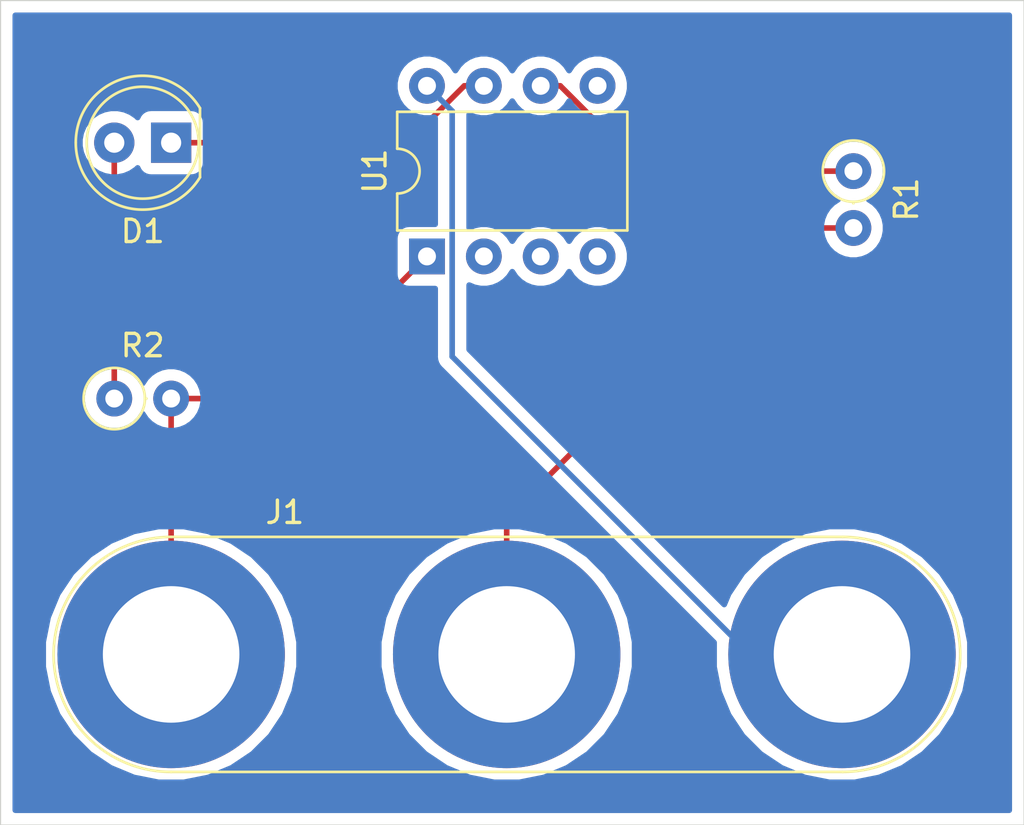
<source format=kicad_pcb>
(kicad_pcb (version 20171130) (host pcbnew "(5.1.10)-1")

  (general
    (thickness 1.6)
    (drawings 6)
    (tracks 17)
    (zones 0)
    (modules 5)
    (nets 11)
  )

  (page A4)
  (title_block
    (title Tutorial1)
  )

  (layers
    (0 F.Cu signal)
    (31 B.Cu signal)
    (32 B.Adhes user)
    (33 F.Adhes user)
    (34 B.Paste user)
    (35 F.Paste user)
    (36 B.SilkS user)
    (37 F.SilkS user)
    (38 B.Mask user)
    (39 F.Mask user)
    (40 Dwgs.User user)
    (41 Cmts.User user)
    (42 Eco1.User user)
    (43 Eco2.User user)
    (44 Edge.Cuts user)
    (45 Margin user)
    (46 B.CrtYd user)
    (47 F.CrtYd user)
    (48 B.Fab user)
    (49 F.Fab user)
  )

  (setup
    (last_trace_width 0.25)
    (trace_clearance 0.2)
    (zone_clearance 0.508)
    (zone_45_only no)
    (trace_min 0.2)
    (via_size 0.8)
    (via_drill 0.4)
    (via_min_size 0.4)
    (via_min_drill 0.3)
    (uvia_size 0.3)
    (uvia_drill 0.1)
    (uvias_allowed no)
    (uvia_min_size 0.2)
    (uvia_min_drill 0.1)
    (edge_width 0.05)
    (segment_width 0.2)
    (pcb_text_width 0.3)
    (pcb_text_size 1.5 1.5)
    (mod_edge_width 0.12)
    (mod_text_size 1 1)
    (mod_text_width 0.15)
    (pad_size 1.524 1.524)
    (pad_drill 0.762)
    (pad_to_mask_clearance 0.25)
    (solder_mask_min_width 0.25)
    (aux_axis_origin 0 0)
    (visible_elements 7FFFFFFF)
    (pcbplotparams
      (layerselection 0x010fc_ffffffff)
      (usegerberextensions false)
      (usegerberattributes true)
      (usegerberadvancedattributes true)
      (creategerberjobfile true)
      (excludeedgelayer true)
      (linewidth 0.100000)
      (plotframeref false)
      (viasonmask false)
      (mode 1)
      (useauxorigin false)
      (hpglpennumber 1)
      (hpglpenspeed 20)
      (hpglpendiameter 15.000000)
      (psnegative false)
      (psa4output false)
      (plotreference true)
      (plotvalue true)
      (plotinvisibletext false)
      (padsonsilk false)
      (subtractmaskfromsilk false)
      (outputformat 1)
      (mirror false)
      (drillshape 0)
      (scaleselection 1)
      (outputdirectory ""))
  )

  (net 0 "")
  (net 1 "Net-(D1-Pad2)")
  (net 2 /uCtoLED)
  (net 3 /INPUTtoR)
  (net 4 GND)
  (net 5 VCC)
  (net 6 /INPUT)
  (net 7 "Net-(U1-Pad4)")
  (net 8 "Net-(U1-Pad3)")
  (net 9 "Net-(U1-Pad2)")
  (net 10 "Net-(U1-Pad5)")

  (net_class Default "This is the default net class."
    (clearance 0.2)
    (trace_width 0.25)
    (via_dia 0.8)
    (via_drill 0.4)
    (uvia_dia 0.3)
    (uvia_drill 0.1)
    (add_net GND)
  )

  (net_class power ""
    (clearance 0.2)
    (trace_width 0.8)
    (via_dia 0.8)
    (via_drill 0.4)
    (uvia_dia 0.3)
    (uvia_drill 0.1)
    (add_net /INPUT)
    (add_net /INPUTtoR)
    (add_net /uCtoLED)
    (add_net "Net-(D1-Pad2)")
    (add_net "Net-(U1-Pad2)")
    (add_net "Net-(U1-Pad3)")
    (add_net "Net-(U1-Pad4)")
    (add_net "Net-(U1-Pad5)")
    (add_net VCC)
  )

  (module Package_DIP:DIP-8_W7.62mm (layer F.Cu) (tedit 5A02E8C5) (tstamp 62B50D0D)
    (at 725.17 -167.64 90)
    (descr "8-lead though-hole mounted DIP package, row spacing 7.62 mm (300 mils)")
    (tags "THT DIP DIL PDIP 2.54mm 7.62mm 300mil")
    (path /62B4BDA3)
    (fp_text reference U1 (at 3.81 -2.33 90) (layer F.SilkS)
      (effects (font (size 1 1) (thickness 0.15)))
    )
    (fp_text value PIC12C508A-ISN (at -2.54 3.81 180) (layer F.Fab)
      (effects (font (size 1 1) (thickness 0.15)))
    )
    (fp_line (start 8.7 -1.55) (end -1.1 -1.55) (layer F.CrtYd) (width 0.05))
    (fp_line (start 8.7 9.15) (end 8.7 -1.55) (layer F.CrtYd) (width 0.05))
    (fp_line (start -1.1 9.15) (end 8.7 9.15) (layer F.CrtYd) (width 0.05))
    (fp_line (start -1.1 -1.55) (end -1.1 9.15) (layer F.CrtYd) (width 0.05))
    (fp_line (start 6.46 -1.33) (end 4.81 -1.33) (layer F.SilkS) (width 0.12))
    (fp_line (start 6.46 8.95) (end 6.46 -1.33) (layer F.SilkS) (width 0.12))
    (fp_line (start 1.16 8.95) (end 6.46 8.95) (layer F.SilkS) (width 0.12))
    (fp_line (start 1.16 -1.33) (end 1.16 8.95) (layer F.SilkS) (width 0.12))
    (fp_line (start 2.81 -1.33) (end 1.16 -1.33) (layer F.SilkS) (width 0.12))
    (fp_line (start 0.635 -0.27) (end 1.635 -1.27) (layer F.Fab) (width 0.1))
    (fp_line (start 0.635 8.89) (end 0.635 -0.27) (layer F.Fab) (width 0.1))
    (fp_line (start 6.985 8.89) (end 0.635 8.89) (layer F.Fab) (width 0.1))
    (fp_line (start 6.985 -1.27) (end 6.985 8.89) (layer F.Fab) (width 0.1))
    (fp_line (start 1.635 -1.27) (end 6.985 -1.27) (layer F.Fab) (width 0.1))
    (fp_text user %R (at 3.81 3.81 270) (layer F.Fab)
      (effects (font (size 1 1) (thickness 0.15)))
    )
    (fp_arc (start 3.81 -1.33) (end 2.81 -1.33) (angle -180) (layer F.SilkS) (width 0.12))
    (pad 8 thru_hole oval (at 7.62 0 90) (size 1.6 1.6) (drill 0.8) (layers *.Cu *.Mask)
      (net 4 GND))
    (pad 4 thru_hole oval (at 0 7.62 90) (size 1.6 1.6) (drill 0.8) (layers *.Cu *.Mask)
      (net 7 "Net-(U1-Pad4)"))
    (pad 7 thru_hole oval (at 7.62 2.54 90) (size 1.6 1.6) (drill 0.8) (layers *.Cu *.Mask)
      (net 2 /uCtoLED))
    (pad 3 thru_hole oval (at 0 5.08 90) (size 1.6 1.6) (drill 0.8) (layers *.Cu *.Mask)
      (net 8 "Net-(U1-Pad3)"))
    (pad 6 thru_hole oval (at 7.62 5.08 90) (size 1.6 1.6) (drill 0.8) (layers *.Cu *.Mask)
      (net 6 /INPUT))
    (pad 2 thru_hole oval (at 0 2.54 90) (size 1.6 1.6) (drill 0.8) (layers *.Cu *.Mask)
      (net 9 "Net-(U1-Pad2)"))
    (pad 5 thru_hole oval (at 7.62 7.62 90) (size 1.6 1.6) (drill 0.8) (layers *.Cu *.Mask)
      (net 10 "Net-(U1-Pad5)"))
    (pad 1 thru_hole rect (at 0 0 90) (size 1.6 1.6) (drill 0.8) (layers *.Cu *.Mask)
      (net 5 VCC))
    (model ${KISYS3DMOD}/Package_DIP.3dshapes/DIP-8_W7.62mm.wrl
      (at (xyz 0 0 0))
      (scale (xyz 1 1 1))
      (rotate (xyz 0 0 0))
    )
  )

  (module Resistor_THT:R_Axial_DIN0207_L6.3mm_D2.5mm_P2.54mm_Vertical (layer F.Cu) (tedit 5AE5139B) (tstamp 62B50CF1)
    (at 711.2 -161.29)
    (descr "Resistor, Axial_DIN0207 series, Axial, Vertical, pin pitch=2.54mm, 0.25W = 1/4W, length*diameter=6.3*2.5mm^2, http://cdn-reichelt.de/documents/datenblatt/B400/1_4W%23YAG.pdf")
    (tags "Resistor Axial_DIN0207 series Axial Vertical pin pitch 2.54mm 0.25W = 1/4W length 6.3mm diameter 2.5mm")
    (path /62B48B9B)
    (fp_text reference R2 (at 1.27 -2.37) (layer F.SilkS)
      (effects (font (size 1 1) (thickness 0.15)))
    )
    (fp_text value 1k (at 1.27 2.37) (layer F.Fab)
      (effects (font (size 1 1) (thickness 0.15)))
    )
    (fp_line (start 3.59 -1.5) (end -1.5 -1.5) (layer F.CrtYd) (width 0.05))
    (fp_line (start 3.59 1.5) (end 3.59 -1.5) (layer F.CrtYd) (width 0.05))
    (fp_line (start -1.5 1.5) (end 3.59 1.5) (layer F.CrtYd) (width 0.05))
    (fp_line (start -1.5 -1.5) (end -1.5 1.5) (layer F.CrtYd) (width 0.05))
    (fp_line (start 1.37 0) (end 1.44 0) (layer F.SilkS) (width 0.12))
    (fp_line (start 0 0) (end 2.54 0) (layer F.Fab) (width 0.1))
    (fp_circle (center 0 0) (end 1.37 0) (layer F.SilkS) (width 0.12))
    (fp_circle (center 0 0) (end 1.25 0) (layer F.Fab) (width 0.1))
    (fp_text user %R (at 1.27 -2.37) (layer F.Fab)
      (effects (font (size 1 1) (thickness 0.15)))
    )
    (pad 2 thru_hole oval (at 2.54 0) (size 1.6 1.6) (drill 0.8) (layers *.Cu *.Mask)
      (net 5 VCC))
    (pad 1 thru_hole circle (at 0 0) (size 1.6 1.6) (drill 0.8) (layers *.Cu *.Mask)
      (net 1 "Net-(D1-Pad2)"))
    (model ${KISYS3DMOD}/Resistor_THT.3dshapes/R_Axial_DIN0207_L6.3mm_D2.5mm_P2.54mm_Vertical.wrl
      (at (xyz 0 0 0))
      (scale (xyz 1 1 1))
      (rotate (xyz 0 0 0))
    )
  )

  (module Resistor_THT:R_Axial_DIN0207_L6.3mm_D2.5mm_P2.54mm_Vertical (layer F.Cu) (tedit 5AE5139B) (tstamp 62B50CE2)
    (at 744.22 -171.45 270)
    (descr "Resistor, Axial_DIN0207 series, Axial, Vertical, pin pitch=2.54mm, 0.25W = 1/4W, length*diameter=6.3*2.5mm^2, http://cdn-reichelt.de/documents/datenblatt/B400/1_4W%23YAG.pdf")
    (tags "Resistor Axial_DIN0207 series Axial Vertical pin pitch 2.54mm 0.25W = 1/4W length 6.3mm diameter 2.5mm")
    (path /62B496E6)
    (fp_text reference R1 (at 1.27 -2.37 90) (layer F.SilkS)
      (effects (font (size 1 1) (thickness 0.15)))
    )
    (fp_text value 100 (at 1.27 2.37 90) (layer F.Fab)
      (effects (font (size 1 1) (thickness 0.15)))
    )
    (fp_line (start 3.59 -1.5) (end -1.5 -1.5) (layer F.CrtYd) (width 0.05))
    (fp_line (start 3.59 1.5) (end 3.59 -1.5) (layer F.CrtYd) (width 0.05))
    (fp_line (start -1.5 1.5) (end 3.59 1.5) (layer F.CrtYd) (width 0.05))
    (fp_line (start -1.5 -1.5) (end -1.5 1.5) (layer F.CrtYd) (width 0.05))
    (fp_line (start 1.37 0) (end 1.44 0) (layer F.SilkS) (width 0.12))
    (fp_line (start 0 0) (end 2.54 0) (layer F.Fab) (width 0.1))
    (fp_circle (center 0 0) (end 1.37 0) (layer F.SilkS) (width 0.12))
    (fp_circle (center 0 0) (end 1.25 0) (layer F.Fab) (width 0.1))
    (fp_text user %R (at 1.27 -2.37 90) (layer F.Fab)
      (effects (font (size 1 1) (thickness 0.15)))
    )
    (pad 2 thru_hole oval (at 2.54 0 270) (size 1.6 1.6) (drill 0.8) (layers *.Cu *.Mask)
      (net 3 /INPUTtoR))
    (pad 1 thru_hole circle (at 0 0 270) (size 1.6 1.6) (drill 0.8) (layers *.Cu *.Mask)
      (net 6 /INPUT))
    (model ${KISYS3DMOD}/Resistor_THT.3dshapes/R_Axial_DIN0207_L6.3mm_D2.5mm_P2.54mm_Vertical.wrl
      (at (xyz 0 0 0))
      (scale (xyz 1 1 1))
      (rotate (xyz 0 0 0))
    )
  )

  (module Connector:Banana_Jack_3Pin (layer F.Cu) (tedit 5A1AB217) (tstamp 62B50CD3)
    (at 713.74 -149.86)
    (descr "Triple banana socket, footprint - 3 x 6mm drills")
    (tags "banana socket")
    (path /62B509DA)
    (fp_text reference J1 (at 5.08 -6.35) (layer F.SilkS)
      (effects (font (size 1 1) (thickness 0.15)))
    )
    (fp_text value MYCONN3 (at 13.97 -6.35) (layer F.Fab)
      (effects (font (size 1 1) (thickness 0.15)))
    )
    (fp_circle (center 0 0) (end 2 0) (layer F.Fab) (width 0.1))
    (fp_circle (center 0 0) (end 4.75 0) (layer F.Fab) (width 0.1))
    (fp_circle (center 15 0) (end 17 0) (layer F.Fab) (width 0.1))
    (fp_circle (center 15 0) (end 19.75 0) (layer F.Fab) (width 0.1))
    (fp_circle (center 30 0) (end 30 -4.75) (layer F.Fab) (width 0.1))
    (fp_circle (center 30 0) (end 30 -2) (layer F.Fab) (width 0.1))
    (fp_line (start 30 -5.25) (end 0 -5.25) (layer F.SilkS) (width 0.12))
    (fp_line (start 0 5.25) (end 30 5.25) (layer F.SilkS) (width 0.12))
    (fp_line (start 0 -5.5) (end 30 -5.5) (layer F.CrtYd) (width 0.05))
    (fp_line (start 30 5.5) (end 0 5.5) (layer F.CrtYd) (width 0.05))
    (fp_arc (start 0 0) (end 0 5.25) (angle 180) (layer F.SilkS) (width 0.12))
    (fp_arc (start 30 0) (end 30 -5.25) (angle 180) (layer F.SilkS) (width 0.12))
    (fp_arc (start 30 0) (end 30 -5.5) (angle 180) (layer F.CrtYd) (width 0.05))
    (fp_arc (start 0 0) (end 0 5.5) (angle 180) (layer F.CrtYd) (width 0.05))
    (fp_text user %R (at 14.99 0) (layer F.Fab)
      (effects (font (size 0.8 0.8) (thickness 0.12)))
    )
    (pad 2 thru_hole circle (at 14.99 0) (size 10.16 10.16) (drill 6.1) (layers *.Cu *.Mask)
      (net 3 /INPUTtoR))
    (pad 3 thru_hole circle (at 29.97 0) (size 10.16 10.16) (drill 6.1) (layers *.Cu *.Mask)
      (net 4 GND))
    (pad 1 thru_hole circle (at 0 0) (size 10.16 10.16) (drill 6.1) (layers *.Cu *.Mask)
      (net 5 VCC))
    (model ${KISYS3DMOD}/Connector.3dshapes/Banana_Jack_3Pin.wrl
      (offset (xyz 14.9999997746626 0 0))
      (scale (xyz 2 2 2))
      (rotate (xyz 0 0 0))
    )
  )

  (module LED_THT:LED_D5.0mm (layer F.Cu) (tedit 5995936A) (tstamp 62B50CBD)
    (at 713.74 -172.72 180)
    (descr "LED, diameter 5.0mm, 2 pins, http://cdn-reichelt.de/documents/datenblatt/A500/LL-504BC2E-009.pdf")
    (tags "LED diameter 5.0mm 2 pins")
    (path /62B4C913)
    (fp_text reference D1 (at 1.27 -3.96) (layer F.SilkS)
      (effects (font (size 1 1) (thickness 0.15)))
    )
    (fp_text value LED (at 1.27 3.96) (layer F.Fab)
      (effects (font (size 1 1) (thickness 0.15)))
    )
    (fp_line (start 4.5 -3.25) (end -1.95 -3.25) (layer F.CrtYd) (width 0.05))
    (fp_line (start 4.5 3.25) (end 4.5 -3.25) (layer F.CrtYd) (width 0.05))
    (fp_line (start -1.95 3.25) (end 4.5 3.25) (layer F.CrtYd) (width 0.05))
    (fp_line (start -1.95 -3.25) (end -1.95 3.25) (layer F.CrtYd) (width 0.05))
    (fp_line (start -1.29 -1.545) (end -1.29 1.545) (layer F.SilkS) (width 0.12))
    (fp_line (start -1.23 -1.469694) (end -1.23 1.469694) (layer F.Fab) (width 0.1))
    (fp_circle (center 1.27 0) (end 3.77 0) (layer F.SilkS) (width 0.12))
    (fp_circle (center 1.27 0) (end 3.77 0) (layer F.Fab) (width 0.1))
    (fp_text user %R (at 1.25 0) (layer F.Fab)
      (effects (font (size 0.8 0.8) (thickness 0.2)))
    )
    (fp_arc (start 1.27 0) (end -1.29 1.54483) (angle -148.9) (layer F.SilkS) (width 0.12))
    (fp_arc (start 1.27 0) (end -1.29 -1.54483) (angle 148.9) (layer F.SilkS) (width 0.12))
    (fp_arc (start 1.27 0) (end -1.23 -1.469694) (angle 299.1) (layer F.Fab) (width 0.1))
    (pad 2 thru_hole circle (at 2.54 0 180) (size 1.8 1.8) (drill 0.9) (layers *.Cu *.Mask)
      (net 1 "Net-(D1-Pad2)"))
    (pad 1 thru_hole rect (at 0 0 180) (size 1.8 1.8) (drill 0.9) (layers *.Cu *.Mask)
      (net 2 /uCtoLED))
    (model ${KISYS3DMOD}/LED_THT.3dshapes/LED_D5.0mm.wrl
      (at (xyz 0 0 0))
      (scale (xyz 1 1 1))
      (rotate (xyz 0 0 0))
    )
  )

  (gr_line (start 707.39 -179.07) (end 706.12 -179.07) (layer Edge.Cuts) (width 0.05) (tstamp 62B51339))
  (gr_line (start 707.39 -142.24) (end 706.12 -142.24) (layer Edge.Cuts) (width 0.05) (tstamp 62B51338))
  (gr_line (start 706.12 -142.24) (end 706.12 -179.07) (layer Edge.Cuts) (width 0.05) (tstamp 62B51333))
  (gr_line (start 751.84 -142.24) (end 707.39 -142.24) (layer Edge.Cuts) (width 0.05))
  (gr_line (start 751.84 -179.07) (end 751.84 -142.24) (layer Edge.Cuts) (width 0.05))
  (gr_line (start 707.39 -179.07) (end 751.84 -179.07) (layer Edge.Cuts) (width 0.05))

  (segment (start 711.2 -161.29) (end 711.2 -172.72) (width 0.25) (layer F.Cu) (net 1))
  (segment (start 726.835002 -175.26) (end 727.71 -175.26) (width 0.25) (layer F.Cu) (net 2))
  (segment (start 724.295002 -172.72) (end 726.835002 -175.26) (width 0.25) (layer F.Cu) (net 2))
  (segment (start 713.74 -172.72) (end 724.295002 -172.72) (width 0.25) (layer F.Cu) (net 2))
  (segment (start 741.68 -168.91) (end 744.22 -168.91) (width 0.25) (layer F.Cu) (net 3))
  (segment (start 728.73 -155.96) (end 741.68 -168.91) (width 0.25) (layer F.Cu) (net 3))
  (segment (start 728.73 -149.86) (end 728.73 -155.96) (width 0.25) (layer F.Cu) (net 3))
  (segment (start 726.295001 -174.134999) (end 725.17 -175.26) (width 0.25) (layer B.Cu) (net 4))
  (segment (start 726.295001 -163.166817) (end 726.295001 -174.134999) (width 0.25) (layer B.Cu) (net 4))
  (segment (start 739.601818 -149.86) (end 726.295001 -163.166817) (width 0.25) (layer B.Cu) (net 4))
  (segment (start 743.71 -149.86) (end 739.601818 -149.86) (width 0.25) (layer B.Cu) (net 4))
  (segment (start 713.74 -149.86) (end 713.74 -161.29) (width 0.25) (layer F.Cu) (net 5))
  (segment (start 718.82 -161.29) (end 725.17 -167.64) (width 0.25) (layer F.Cu) (net 5))
  (segment (start 713.74 -161.29) (end 718.82 -161.29) (width 0.25) (layer F.Cu) (net 5))
  (segment (start 731.124998 -175.26) (end 730.25 -175.26) (width 0.25) (layer F.Cu) (net 6))
  (segment (start 734.934998 -171.45) (end 731.124998 -175.26) (width 0.25) (layer F.Cu) (net 6))
  (segment (start 744.22 -171.45) (end 734.934998 -171.45) (width 0.25) (layer F.Cu) (net 6))

  (zone (net 0) (net_name "") (layer B.Cu) (tstamp 62B513B2) (hatch edge 0.508)
    (connect_pads (clearance 0.508))
    (min_thickness 0.254)
    (fill yes (arc_segments 32) (thermal_gap 0.508) (thermal_bridge_width 0.508))
    (polygon
      (pts
        (xy 751.84 -142.24) (xy 706.12 -142.24) (xy 706.12 -179.07) (xy 751.84 -179.07)
      )
    )
    (filled_polygon
      (pts
        (xy 751.180001 -142.9) (xy 706.78 -142.9) (xy 706.78 -150.422878) (xy 708.025 -150.422878) (xy 708.025 -149.297122)
        (xy 708.244625 -148.192996) (xy 708.675433 -147.152933) (xy 709.30087 -146.2169) (xy 710.0969 -145.42087) (xy 711.032933 -144.795433)
        (xy 712.072996 -144.364625) (xy 713.177122 -144.145) (xy 714.302878 -144.145) (xy 715.407004 -144.364625) (xy 716.447067 -144.795433)
        (xy 717.3831 -145.42087) (xy 718.17913 -146.2169) (xy 718.804567 -147.152933) (xy 719.235375 -148.192996) (xy 719.455 -149.297122)
        (xy 719.455 -150.422878) (xy 723.015 -150.422878) (xy 723.015 -149.297122) (xy 723.234625 -148.192996) (xy 723.665433 -147.152933)
        (xy 724.29087 -146.2169) (xy 725.0869 -145.42087) (xy 726.022933 -144.795433) (xy 727.062996 -144.364625) (xy 728.167122 -144.145)
        (xy 729.292878 -144.145) (xy 730.397004 -144.364625) (xy 731.437067 -144.795433) (xy 732.3731 -145.42087) (xy 733.16913 -146.2169)
        (xy 733.794567 -147.152933) (xy 734.225375 -148.192996) (xy 734.445 -149.297122) (xy 734.445 -150.422878) (xy 734.225375 -151.527004)
        (xy 733.794567 -152.567067) (xy 733.16913 -153.5031) (xy 732.3731 -154.29913) (xy 731.437067 -154.924567) (xy 730.397004 -155.355375)
        (xy 729.292878 -155.575) (xy 728.167122 -155.575) (xy 727.062996 -155.355375) (xy 726.022933 -154.924567) (xy 725.0869 -154.29913)
        (xy 724.29087 -153.5031) (xy 723.665433 -152.567067) (xy 723.234625 -151.527004) (xy 723.015 -150.422878) (xy 719.455 -150.422878)
        (xy 719.235375 -151.527004) (xy 718.804567 -152.567067) (xy 718.17913 -153.5031) (xy 717.3831 -154.29913) (xy 716.447067 -154.924567)
        (xy 715.407004 -155.355375) (xy 714.302878 -155.575) (xy 713.177122 -155.575) (xy 712.072996 -155.355375) (xy 711.032933 -154.924567)
        (xy 710.0969 -154.29913) (xy 709.30087 -153.5031) (xy 708.675433 -152.567067) (xy 708.244625 -151.527004) (xy 708.025 -150.422878)
        (xy 706.78 -150.422878) (xy 706.78 -161.431335) (xy 709.765 -161.431335) (xy 709.765 -161.148665) (xy 709.820147 -160.871426)
        (xy 709.92832 -160.610273) (xy 710.085363 -160.375241) (xy 710.285241 -160.175363) (xy 710.520273 -160.01832) (xy 710.781426 -159.910147)
        (xy 711.058665 -159.855) (xy 711.341335 -159.855) (xy 711.618574 -159.910147) (xy 711.879727 -160.01832) (xy 712.114759 -160.175363)
        (xy 712.314637 -160.375241) (xy 712.47 -160.607759) (xy 712.625363 -160.375241) (xy 712.825241 -160.175363) (xy 713.060273 -160.01832)
        (xy 713.321426 -159.910147) (xy 713.598665 -159.855) (xy 713.881335 -159.855) (xy 714.158574 -159.910147) (xy 714.419727 -160.01832)
        (xy 714.654759 -160.175363) (xy 714.854637 -160.375241) (xy 715.01168 -160.610273) (xy 715.119853 -160.871426) (xy 715.175 -161.148665)
        (xy 715.175 -161.431335) (xy 715.119853 -161.708574) (xy 715.01168 -161.969727) (xy 714.854637 -162.204759) (xy 714.654759 -162.404637)
        (xy 714.419727 -162.56168) (xy 714.158574 -162.669853) (xy 713.881335 -162.725) (xy 713.598665 -162.725) (xy 713.321426 -162.669853)
        (xy 713.060273 -162.56168) (xy 712.825241 -162.404637) (xy 712.625363 -162.204759) (xy 712.47 -161.972241) (xy 712.314637 -162.204759)
        (xy 712.114759 -162.404637) (xy 711.879727 -162.56168) (xy 711.618574 -162.669853) (xy 711.341335 -162.725) (xy 711.058665 -162.725)
        (xy 710.781426 -162.669853) (xy 710.520273 -162.56168) (xy 710.285241 -162.404637) (xy 710.085363 -162.204759) (xy 709.92832 -161.969727)
        (xy 709.820147 -161.708574) (xy 709.765 -161.431335) (xy 706.78 -161.431335) (xy 706.78 -168.44) (xy 723.731928 -168.44)
        (xy 723.731928 -166.84) (xy 723.744188 -166.715518) (xy 723.780498 -166.59582) (xy 723.839463 -166.485506) (xy 723.918815 -166.388815)
        (xy 724.015506 -166.309463) (xy 724.12582 -166.250498) (xy 724.245518 -166.214188) (xy 724.37 -166.201928) (xy 725.535001 -166.201928)
        (xy 725.535001 -163.204139) (xy 725.531325 -163.166817) (xy 725.535001 -163.129495) (xy 725.535001 -163.129485) (xy 725.545998 -163.017832)
        (xy 725.589455 -162.874571) (xy 725.660027 -162.742541) (xy 725.674423 -162.725) (xy 725.755 -162.626816) (xy 725.784004 -162.603013)
        (xy 737.995 -150.392016) (xy 737.995 -149.297122) (xy 738.214625 -148.192996) (xy 738.645433 -147.152933) (xy 739.27087 -146.2169)
        (xy 740.0669 -145.42087) (xy 741.002933 -144.795433) (xy 742.042996 -144.364625) (xy 743.147122 -144.145) (xy 744.272878 -144.145)
        (xy 745.377004 -144.364625) (xy 746.417067 -144.795433) (xy 747.3531 -145.42087) (xy 748.14913 -146.2169) (xy 748.774567 -147.152933)
        (xy 749.205375 -148.192996) (xy 749.425 -149.297122) (xy 749.425 -150.422878) (xy 749.205375 -151.527004) (xy 748.774567 -152.567067)
        (xy 748.14913 -153.5031) (xy 747.3531 -154.29913) (xy 746.417067 -154.924567) (xy 745.377004 -155.355375) (xy 744.272878 -155.575)
        (xy 743.147122 -155.575) (xy 742.042996 -155.355375) (xy 741.002933 -154.924567) (xy 740.0669 -154.29913) (xy 739.27087 -153.5031)
        (xy 738.645433 -152.567067) (xy 738.447472 -152.089148) (xy 727.055001 -163.481618) (xy 727.055001 -166.358077) (xy 727.291426 -166.260147)
        (xy 727.568665 -166.205) (xy 727.851335 -166.205) (xy 728.128574 -166.260147) (xy 728.389727 -166.36832) (xy 728.624759 -166.525363)
        (xy 728.824637 -166.725241) (xy 728.98 -166.957759) (xy 729.135363 -166.725241) (xy 729.335241 -166.525363) (xy 729.570273 -166.36832)
        (xy 729.831426 -166.260147) (xy 730.108665 -166.205) (xy 730.391335 -166.205) (xy 730.668574 -166.260147) (xy 730.929727 -166.36832)
        (xy 731.164759 -166.525363) (xy 731.364637 -166.725241) (xy 731.52 -166.957759) (xy 731.675363 -166.725241) (xy 731.875241 -166.525363)
        (xy 732.110273 -166.36832) (xy 732.371426 -166.260147) (xy 732.648665 -166.205) (xy 732.931335 -166.205) (xy 733.208574 -166.260147)
        (xy 733.469727 -166.36832) (xy 733.704759 -166.525363) (xy 733.904637 -166.725241) (xy 734.06168 -166.960273) (xy 734.169853 -167.221426)
        (xy 734.225 -167.498665) (xy 734.225 -167.781335) (xy 734.169853 -168.058574) (xy 734.06168 -168.319727) (xy 733.904637 -168.554759)
        (xy 733.704759 -168.754637) (xy 733.469727 -168.91168) (xy 733.208574 -169.019853) (xy 732.931335 -169.075) (xy 732.648665 -169.075)
        (xy 732.371426 -169.019853) (xy 732.110273 -168.91168) (xy 731.875241 -168.754637) (xy 731.675363 -168.554759) (xy 731.52 -168.322241)
        (xy 731.364637 -168.554759) (xy 731.164759 -168.754637) (xy 730.929727 -168.91168) (xy 730.668574 -169.019853) (xy 730.391335 -169.075)
        (xy 730.108665 -169.075) (xy 729.831426 -169.019853) (xy 729.570273 -168.91168) (xy 729.335241 -168.754637) (xy 729.135363 -168.554759)
        (xy 728.98 -168.322241) (xy 728.824637 -168.554759) (xy 728.624759 -168.754637) (xy 728.389727 -168.91168) (xy 728.128574 -169.019853)
        (xy 727.851335 -169.075) (xy 727.568665 -169.075) (xy 727.291426 -169.019853) (xy 727.055001 -168.921923) (xy 727.055001 -171.591335)
        (xy 742.785 -171.591335) (xy 742.785 -171.308665) (xy 742.840147 -171.031426) (xy 742.94832 -170.770273) (xy 743.105363 -170.535241)
        (xy 743.305241 -170.335363) (xy 743.537759 -170.18) (xy 743.305241 -170.024637) (xy 743.105363 -169.824759) (xy 742.94832 -169.589727)
        (xy 742.840147 -169.328574) (xy 742.785 -169.051335) (xy 742.785 -168.768665) (xy 742.840147 -168.491426) (xy 742.94832 -168.230273)
        (xy 743.105363 -167.995241) (xy 743.305241 -167.795363) (xy 743.540273 -167.63832) (xy 743.801426 -167.530147) (xy 744.078665 -167.475)
        (xy 744.361335 -167.475) (xy 744.638574 -167.530147) (xy 744.899727 -167.63832) (xy 745.134759 -167.795363) (xy 745.334637 -167.995241)
        (xy 745.49168 -168.230273) (xy 745.599853 -168.491426) (xy 745.655 -168.768665) (xy 745.655 -169.051335) (xy 745.599853 -169.328574)
        (xy 745.49168 -169.589727) (xy 745.334637 -169.824759) (xy 745.134759 -170.024637) (xy 744.902241 -170.18) (xy 745.134759 -170.335363)
        (xy 745.334637 -170.535241) (xy 745.49168 -170.770273) (xy 745.599853 -171.031426) (xy 745.655 -171.308665) (xy 745.655 -171.591335)
        (xy 745.599853 -171.868574) (xy 745.49168 -172.129727) (xy 745.334637 -172.364759) (xy 745.134759 -172.564637) (xy 744.899727 -172.72168)
        (xy 744.638574 -172.829853) (xy 744.361335 -172.885) (xy 744.078665 -172.885) (xy 743.801426 -172.829853) (xy 743.540273 -172.72168)
        (xy 743.305241 -172.564637) (xy 743.105363 -172.364759) (xy 742.94832 -172.129727) (xy 742.840147 -171.868574) (xy 742.785 -171.591335)
        (xy 727.055001 -171.591335) (xy 727.055001 -173.978077) (xy 727.291426 -173.880147) (xy 727.568665 -173.825) (xy 727.851335 -173.825)
        (xy 728.128574 -173.880147) (xy 728.389727 -173.98832) (xy 728.624759 -174.145363) (xy 728.824637 -174.345241) (xy 728.98 -174.577759)
        (xy 729.135363 -174.345241) (xy 729.335241 -174.145363) (xy 729.570273 -173.98832) (xy 729.831426 -173.880147) (xy 730.108665 -173.825)
        (xy 730.391335 -173.825) (xy 730.668574 -173.880147) (xy 730.929727 -173.98832) (xy 731.164759 -174.145363) (xy 731.364637 -174.345241)
        (xy 731.52 -174.577759) (xy 731.675363 -174.345241) (xy 731.875241 -174.145363) (xy 732.110273 -173.98832) (xy 732.371426 -173.880147)
        (xy 732.648665 -173.825) (xy 732.931335 -173.825) (xy 733.208574 -173.880147) (xy 733.469727 -173.98832) (xy 733.704759 -174.145363)
        (xy 733.904637 -174.345241) (xy 734.06168 -174.580273) (xy 734.169853 -174.841426) (xy 734.225 -175.118665) (xy 734.225 -175.401335)
        (xy 734.169853 -175.678574) (xy 734.06168 -175.939727) (xy 733.904637 -176.174759) (xy 733.704759 -176.374637) (xy 733.469727 -176.53168)
        (xy 733.208574 -176.639853) (xy 732.931335 -176.695) (xy 732.648665 -176.695) (xy 732.371426 -176.639853) (xy 732.110273 -176.53168)
        (xy 731.875241 -176.374637) (xy 731.675363 -176.174759) (xy 731.52 -175.942241) (xy 731.364637 -176.174759) (xy 731.164759 -176.374637)
        (xy 730.929727 -176.53168) (xy 730.668574 -176.639853) (xy 730.391335 -176.695) (xy 730.108665 -176.695) (xy 729.831426 -176.639853)
        (xy 729.570273 -176.53168) (xy 729.335241 -176.374637) (xy 729.135363 -176.174759) (xy 728.98 -175.942241) (xy 728.824637 -176.174759)
        (xy 728.624759 -176.374637) (xy 728.389727 -176.53168) (xy 728.128574 -176.639853) (xy 727.851335 -176.695) (xy 727.568665 -176.695)
        (xy 727.291426 -176.639853) (xy 727.030273 -176.53168) (xy 726.795241 -176.374637) (xy 726.595363 -176.174759) (xy 726.44 -175.942241)
        (xy 726.284637 -176.174759) (xy 726.084759 -176.374637) (xy 725.849727 -176.53168) (xy 725.588574 -176.639853) (xy 725.311335 -176.695)
        (xy 725.028665 -176.695) (xy 724.751426 -176.639853) (xy 724.490273 -176.53168) (xy 724.255241 -176.374637) (xy 724.055363 -176.174759)
        (xy 723.89832 -175.939727) (xy 723.790147 -175.678574) (xy 723.735 -175.401335) (xy 723.735 -175.118665) (xy 723.790147 -174.841426)
        (xy 723.89832 -174.580273) (xy 724.055363 -174.345241) (xy 724.255241 -174.145363) (xy 724.490273 -173.98832) (xy 724.751426 -173.880147)
        (xy 725.028665 -173.825) (xy 725.311335 -173.825) (xy 725.493886 -173.861312) (xy 725.535002 -173.820196) (xy 725.535002 -169.078072)
        (xy 724.37 -169.078072) (xy 724.245518 -169.065812) (xy 724.12582 -169.029502) (xy 724.015506 -168.970537) (xy 723.918815 -168.891185)
        (xy 723.839463 -168.794494) (xy 723.780498 -168.68418) (xy 723.744188 -168.564482) (xy 723.731928 -168.44) (xy 706.78 -168.44)
        (xy 706.78 -172.871184) (xy 709.665 -172.871184) (xy 709.665 -172.568816) (xy 709.723989 -172.272257) (xy 709.839701 -171.992905)
        (xy 710.007688 -171.741495) (xy 710.221495 -171.527688) (xy 710.472905 -171.359701) (xy 710.752257 -171.243989) (xy 711.048816 -171.185)
        (xy 711.351184 -171.185) (xy 711.647743 -171.243989) (xy 711.927095 -171.359701) (xy 712.178505 -171.527688) (xy 712.244944 -171.594127)
        (xy 712.250498 -171.57582) (xy 712.309463 -171.465506) (xy 712.388815 -171.368815) (xy 712.485506 -171.289463) (xy 712.59582 -171.230498)
        (xy 712.715518 -171.194188) (xy 712.84 -171.181928) (xy 714.64 -171.181928) (xy 714.764482 -171.194188) (xy 714.88418 -171.230498)
        (xy 714.994494 -171.289463) (xy 715.091185 -171.368815) (xy 715.170537 -171.465506) (xy 715.229502 -171.57582) (xy 715.265812 -171.695518)
        (xy 715.278072 -171.82) (xy 715.278072 -173.62) (xy 715.265812 -173.744482) (xy 715.229502 -173.86418) (xy 715.170537 -173.974494)
        (xy 715.091185 -174.071185) (xy 714.994494 -174.150537) (xy 714.88418 -174.209502) (xy 714.764482 -174.245812) (xy 714.64 -174.258072)
        (xy 712.84 -174.258072) (xy 712.715518 -174.245812) (xy 712.59582 -174.209502) (xy 712.485506 -174.150537) (xy 712.388815 -174.071185)
        (xy 712.309463 -173.974494) (xy 712.250498 -173.86418) (xy 712.244944 -173.845873) (xy 712.178505 -173.912312) (xy 711.927095 -174.080299)
        (xy 711.647743 -174.196011) (xy 711.351184 -174.255) (xy 711.048816 -174.255) (xy 710.752257 -174.196011) (xy 710.472905 -174.080299)
        (xy 710.221495 -173.912312) (xy 710.007688 -173.698505) (xy 709.839701 -173.447095) (xy 709.723989 -173.167743) (xy 709.665 -172.871184)
        (xy 706.78 -172.871184) (xy 706.78 -178.41) (xy 751.18 -178.41)
      )
    )
  )
)

</source>
